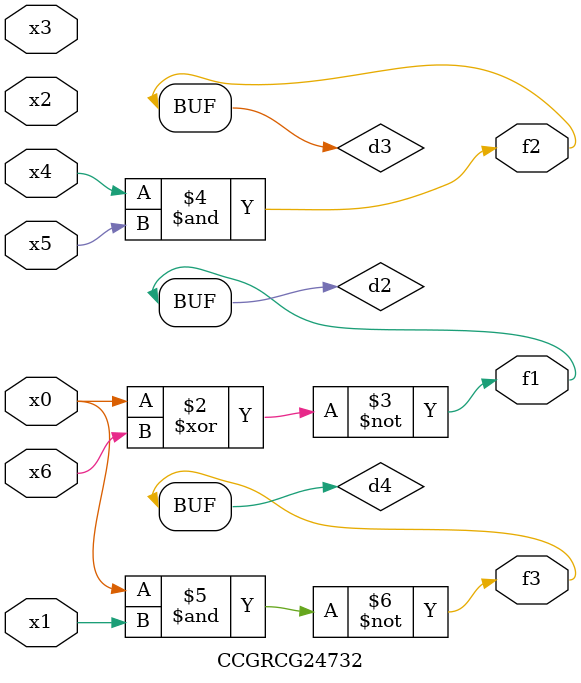
<source format=v>
module CCGRCG24732(
	input x0, x1, x2, x3, x4, x5, x6,
	output f1, f2, f3
);

	wire d1, d2, d3, d4;

	nor (d1, x0);
	xnor (d2, x0, x6);
	and (d3, x4, x5);
	nand (d4, x0, x1);
	assign f1 = d2;
	assign f2 = d3;
	assign f3 = d4;
endmodule

</source>
